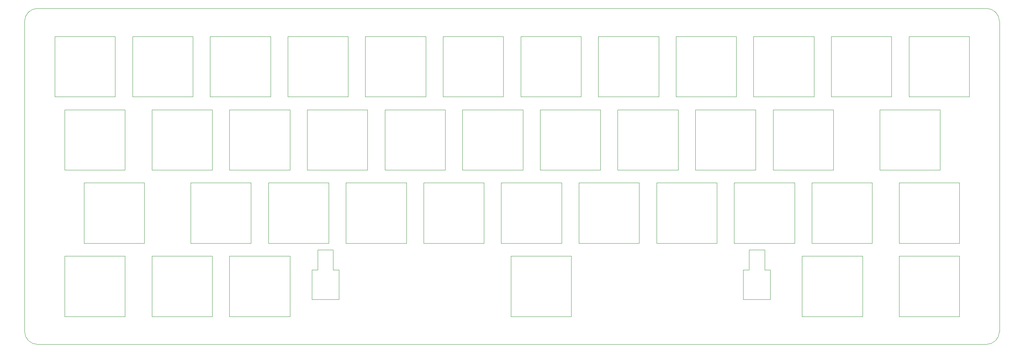
<source format=gbr>
%TF.GenerationSoftware,KiCad,Pcbnew,(5.99.0-9650-gad505e29c0)*%
%TF.CreationDate,2021-03-23T23:01:50-07:00*%
%TF.ProjectId,Choc40-switch_plate,43686f63-3430-42d7-9377-697463685f70,rev?*%
%TF.SameCoordinates,Original*%
%TF.FileFunction,Profile,NP*%
%FSLAX46Y46*%
G04 Gerber Fmt 4.6, Leading zero omitted, Abs format (unit mm)*
G04 Created by KiCad (PCBNEW (5.99.0-9650-gad505e29c0)) date 2021-03-23 23:01:50*
%MOMM*%
%LPD*%
G01*
G04 APERTURE LIST*
%TA.AperFunction,Profile*%
%ADD10C,0.100000*%
%TD*%
%TA.AperFunction,Profile*%
%ADD11C,0.120000*%
%TD*%
G04 APERTURE END LIST*
D10*
X243000000Y-20000000D02*
G75*
G02*
X246000000Y-23000000I0J-3000000D01*
G01*
X20000000Y-95000000D02*
X20000000Y-23000000D01*
X243000000Y-98000000D02*
X23000000Y-98000000D01*
X23000000Y-98000000D02*
G75*
G02*
X20000000Y-95000000I0J3000000D01*
G01*
X246000000Y-95000000D02*
G75*
G02*
X243000000Y-98000000I-3000000J0D01*
G01*
X23000000Y-20000000D02*
X243000000Y-20000000D01*
X246000000Y-23000000D02*
X246000000Y-95000000D01*
X20000000Y-23000000D02*
G75*
G02*
X23000000Y-20000000I3000000J0D01*
G01*
D11*
%TO.C,SW1*%
X27000000Y-26500000D02*
X27000000Y-40500000D01*
X27000000Y-40500000D02*
X41000000Y-40500000D01*
X41000000Y-26500000D02*
X27000000Y-26500000D01*
X41000000Y-40500000D02*
X41000000Y-26500000D01*
%TO.C,SW39*%
X200250000Y-77500000D02*
X200250000Y-91500000D01*
X214250000Y-77500000D02*
X200250000Y-77500000D01*
X200250000Y-91500000D02*
X214250000Y-91500000D01*
X214250000Y-91500000D02*
X214250000Y-77500000D01*
%TO.C,SW27*%
X94500000Y-74500000D02*
X108500000Y-74500000D01*
X108500000Y-74500000D02*
X108500000Y-60500000D01*
X108500000Y-60500000D02*
X94500000Y-60500000D01*
X94500000Y-60500000D02*
X94500000Y-74500000D01*
%TO.C,SW32*%
X198500000Y-60500000D02*
X184500000Y-60500000D01*
X184500000Y-60500000D02*
X184500000Y-74500000D01*
X184500000Y-74500000D02*
X198500000Y-74500000D01*
X198500000Y-74500000D02*
X198500000Y-60500000D01*
%TO.C,SW7*%
X149000000Y-40500000D02*
X149000000Y-26500000D01*
X135000000Y-26500000D02*
X135000000Y-40500000D01*
X135000000Y-40500000D02*
X149000000Y-40500000D01*
X149000000Y-26500000D02*
X135000000Y-26500000D01*
%TO.C,SW4*%
X81000000Y-26500000D02*
X81000000Y-40500000D01*
X81000000Y-40500000D02*
X95000000Y-40500000D01*
X95000000Y-26500000D02*
X81000000Y-26500000D01*
X95000000Y-40500000D02*
X95000000Y-26500000D01*
%TO.C,SW12*%
X239000000Y-40500000D02*
X239000000Y-26500000D01*
X239000000Y-26500000D02*
X225000000Y-26500000D01*
X225000000Y-40500000D02*
X239000000Y-40500000D01*
X225000000Y-26500000D02*
X225000000Y-40500000D01*
%TO.C,SW40*%
X236750000Y-91500000D02*
X236750000Y-77500000D01*
X222750000Y-77500000D02*
X222750000Y-91500000D01*
X222750000Y-91500000D02*
X236750000Y-91500000D01*
X236750000Y-77500000D02*
X222750000Y-77500000D01*
%TO.C,SW33a1*%
X216500000Y-74500000D02*
X216500000Y-60500000D01*
X202500000Y-74500000D02*
X216500000Y-74500000D01*
X202500000Y-60500000D02*
X202500000Y-74500000D01*
X216500000Y-60500000D02*
X202500000Y-60500000D01*
%TO.C,SW11*%
X207000000Y-40500000D02*
X221000000Y-40500000D01*
X221000000Y-26500000D02*
X207000000Y-26500000D01*
X221000000Y-40500000D02*
X221000000Y-26500000D01*
X207000000Y-26500000D02*
X207000000Y-40500000D01*
%TO.C,SW37*%
X67500000Y-77500000D02*
X67500000Y-91500000D01*
X67500000Y-91500000D02*
X81500000Y-91500000D01*
X81500000Y-77500000D02*
X67500000Y-77500000D01*
X81500000Y-91500000D02*
X81500000Y-77500000D01*
%TO.C,SW17*%
X117500000Y-43500000D02*
X103500000Y-43500000D01*
X117500000Y-57500000D02*
X117500000Y-43500000D01*
X103500000Y-43500000D02*
X103500000Y-57500000D01*
X103500000Y-57500000D02*
X117500000Y-57500000D01*
%TO.C,SW5*%
X113000000Y-26500000D02*
X99000000Y-26500000D01*
X99000000Y-40500000D02*
X113000000Y-40500000D01*
X113000000Y-40500000D02*
X113000000Y-26500000D01*
X99000000Y-26500000D02*
X99000000Y-40500000D01*
%TO.C,SW30*%
X162500000Y-74500000D02*
X162500000Y-60500000D01*
X148500000Y-74500000D02*
X162500000Y-74500000D01*
X148500000Y-60500000D02*
X148500000Y-74500000D01*
X162500000Y-60500000D02*
X148500000Y-60500000D01*
%TO.C,SW35*%
X43250000Y-91500000D02*
X43250000Y-77500000D01*
X29250000Y-91500000D02*
X43250000Y-91500000D01*
X29250000Y-77500000D02*
X29250000Y-91500000D01*
X43250000Y-77500000D02*
X29250000Y-77500000D01*
%TO.C,SW20*%
X171500000Y-57500000D02*
X171500000Y-43500000D01*
X171500000Y-43500000D02*
X157500000Y-43500000D01*
X157500000Y-57500000D02*
X171500000Y-57500000D01*
X157500000Y-43500000D02*
X157500000Y-57500000D01*
%TO.C,SW21*%
X189500000Y-43500000D02*
X175500000Y-43500000D01*
X189500000Y-57500000D02*
X189500000Y-43500000D01*
X175500000Y-43500000D02*
X175500000Y-57500000D01*
X175500000Y-57500000D02*
X189500000Y-57500000D01*
%TO.C,SW18*%
X135500000Y-57500000D02*
X135500000Y-43500000D01*
X121500000Y-57500000D02*
X135500000Y-57500000D01*
X135500000Y-43500000D02*
X121500000Y-43500000D01*
X121500000Y-43500000D02*
X121500000Y-57500000D01*
%TO.C,SW26*%
X90500000Y-60500000D02*
X76500000Y-60500000D01*
X76500000Y-74500000D02*
X90500000Y-74500000D01*
X76500000Y-60500000D02*
X76500000Y-74500000D01*
X90500000Y-74500000D02*
X90500000Y-60500000D01*
%TO.C,SW23*%
X218250000Y-57500000D02*
X232250000Y-57500000D01*
X232250000Y-57500000D02*
X232250000Y-43500000D01*
X232250000Y-43500000D02*
X218250000Y-43500000D01*
X218250000Y-43500000D02*
X218250000Y-57500000D01*
%TO.C,SW36*%
X49500000Y-91500000D02*
X63500000Y-91500000D01*
X63500000Y-91500000D02*
X63500000Y-77500000D01*
X63500000Y-77500000D02*
X49500000Y-77500000D01*
X49500000Y-77500000D02*
X49500000Y-91500000D01*
%TO.C,SW31*%
X166500000Y-60500000D02*
X166500000Y-74500000D01*
X166500000Y-74500000D02*
X180500000Y-74500000D01*
X180500000Y-60500000D02*
X166500000Y-60500000D01*
X180500000Y-74500000D02*
X180500000Y-60500000D01*
%TO.C,SW15*%
X67500000Y-57500000D02*
X81500000Y-57500000D01*
X81500000Y-57500000D02*
X81500000Y-43500000D01*
X81500000Y-43500000D02*
X67500000Y-43500000D01*
X67500000Y-43500000D02*
X67500000Y-57500000D01*
%TO.C,SW13*%
X29250000Y-43500000D02*
X29250000Y-57500000D01*
X43250000Y-43500000D02*
X29250000Y-43500000D01*
X29250000Y-57500000D02*
X43250000Y-57500000D01*
X43250000Y-57500000D02*
X43250000Y-43500000D01*
%TO.C,SW29*%
X130500000Y-60500000D02*
X130500000Y-74500000D01*
X144500000Y-74500000D02*
X144500000Y-60500000D01*
X144500000Y-60500000D02*
X130500000Y-60500000D01*
X130500000Y-74500000D02*
X144500000Y-74500000D01*
%TO.C,SW9*%
X185000000Y-40500000D02*
X185000000Y-26500000D01*
X185000000Y-26500000D02*
X171000000Y-26500000D01*
X171000000Y-40500000D02*
X185000000Y-40500000D01*
X171000000Y-26500000D02*
X171000000Y-40500000D01*
%TO.C,SW8*%
X153000000Y-40500000D02*
X167000000Y-40500000D01*
X153000000Y-26500000D02*
X153000000Y-40500000D01*
X167000000Y-40500000D02*
X167000000Y-26500000D01*
X167000000Y-26500000D02*
X153000000Y-26500000D01*
%TO.C,SW25*%
X72500000Y-74500000D02*
X72500000Y-60500000D01*
X58500000Y-74500000D02*
X72500000Y-74500000D01*
X72500000Y-60500000D02*
X58500000Y-60500000D01*
X58500000Y-60500000D02*
X58500000Y-74500000D01*
%TO.C,SW16*%
X85500000Y-43500000D02*
X85500000Y-57500000D01*
X85500000Y-57500000D02*
X99500000Y-57500000D01*
X99500000Y-43500000D02*
X85500000Y-43500000D01*
X99500000Y-57500000D02*
X99500000Y-43500000D01*
%TO.C,SW3*%
X63000000Y-40500000D02*
X77000000Y-40500000D01*
X77000000Y-26500000D02*
X63000000Y-26500000D01*
X77000000Y-40500000D02*
X77000000Y-26500000D01*
X63000000Y-26500000D02*
X63000000Y-40500000D01*
%TO.C,SW2*%
X45000000Y-26500000D02*
X45000000Y-40500000D01*
X59000000Y-26500000D02*
X45000000Y-26500000D01*
X45000000Y-40500000D02*
X59000000Y-40500000D01*
X59000000Y-40500000D02*
X59000000Y-26500000D01*
%TO.C,SW34a1*%
X222750000Y-60500000D02*
X222750000Y-74500000D01*
X222750000Y-74500000D02*
X236750000Y-74500000D01*
X236750000Y-74500000D02*
X236750000Y-60500000D01*
X236750000Y-60500000D02*
X222750000Y-60500000D01*
%TO.C,SW24*%
X47750000Y-60500000D02*
X33750000Y-60500000D01*
X47750000Y-74500000D02*
X47750000Y-60500000D01*
X33750000Y-60500000D02*
X33750000Y-74500000D01*
X33750000Y-74500000D02*
X47750000Y-74500000D01*
%TO.C,SW38*%
X91550000Y-80700000D02*
X92900000Y-80700000D01*
X191550000Y-76050000D02*
X191550000Y-80700000D01*
X146750000Y-91500000D02*
X146750000Y-77500000D01*
X86600000Y-80700000D02*
X87950000Y-80700000D01*
X87950000Y-76050000D02*
X87950000Y-80700000D01*
X186600000Y-80700000D02*
X187950000Y-80700000D01*
X187950000Y-76050000D02*
X191550000Y-76050000D01*
X192900000Y-87550000D02*
X192900000Y-80700000D01*
X146750000Y-77500000D02*
X132750000Y-77500000D01*
X132750000Y-77500000D02*
X132750000Y-91500000D01*
X186600000Y-87550000D02*
X192900000Y-87550000D01*
X86600000Y-87550000D02*
X92900000Y-87550000D01*
X86600000Y-87550000D02*
X86600000Y-80700000D01*
X92900000Y-87550000D02*
X92900000Y-80700000D01*
X91550000Y-76050000D02*
X91550000Y-80700000D01*
X87950000Y-76050000D02*
X91550000Y-76050000D01*
X187950000Y-76050000D02*
X187950000Y-80700000D01*
X186600000Y-87550000D02*
X186600000Y-80700000D01*
X191550000Y-80700000D02*
X192900000Y-80700000D01*
X132750000Y-91500000D02*
X146750000Y-91500000D01*
%TO.C,SW28*%
X126500000Y-74500000D02*
X126500000Y-60500000D01*
X126500000Y-60500000D02*
X112500000Y-60500000D01*
X112500000Y-74500000D02*
X126500000Y-74500000D01*
X112500000Y-60500000D02*
X112500000Y-74500000D01*
%TO.C,SW14*%
X63500000Y-57500000D02*
X63500000Y-43500000D01*
X63500000Y-43500000D02*
X49500000Y-43500000D01*
X49500000Y-57500000D02*
X63500000Y-57500000D01*
X49500000Y-43500000D02*
X49500000Y-57500000D01*
%TO.C,SW22*%
X207500000Y-57500000D02*
X207500000Y-43500000D01*
X193500000Y-57500000D02*
X207500000Y-57500000D01*
X207500000Y-43500000D02*
X193500000Y-43500000D01*
X193500000Y-43500000D02*
X193500000Y-57500000D01*
%TO.C,SW10*%
X203000000Y-40500000D02*
X203000000Y-26500000D01*
X203000000Y-26500000D02*
X189000000Y-26500000D01*
X189000000Y-26500000D02*
X189000000Y-40500000D01*
X189000000Y-40500000D02*
X203000000Y-40500000D01*
%TO.C,SW19*%
X139500000Y-57500000D02*
X153500000Y-57500000D01*
X139500000Y-43500000D02*
X139500000Y-57500000D01*
X153500000Y-43500000D02*
X139500000Y-43500000D01*
X153500000Y-57500000D02*
X153500000Y-43500000D01*
%TO.C,SW6*%
X131000000Y-40500000D02*
X131000000Y-26500000D01*
X117000000Y-40500000D02*
X131000000Y-40500000D01*
X131000000Y-26500000D02*
X117000000Y-26500000D01*
X117000000Y-26500000D02*
X117000000Y-40500000D01*
%TD*%
M02*

</source>
